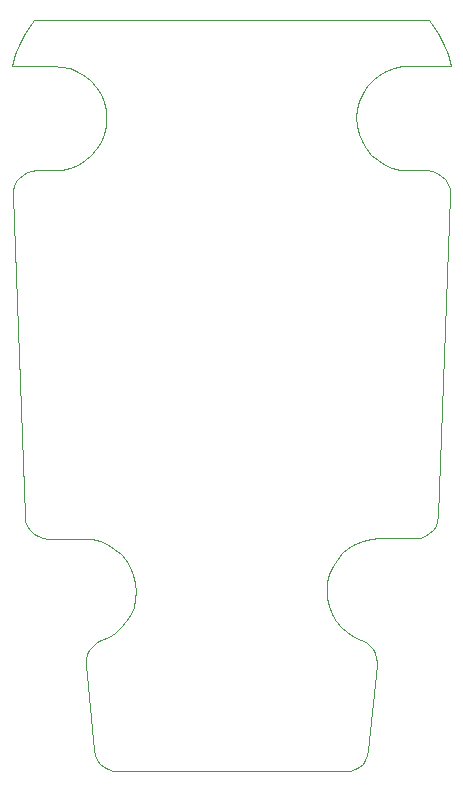
<source format=gko>
G04*
G04 #@! TF.GenerationSoftware,Altium Limited,Altium Designer,25.2.1 (25)*
G04*
G04 Layer_Color=16711935*
%FSLAX44Y44*%
%MOMM*%
G71*
G04*
G04 #@! TF.SameCoordinates,8C29F912-5D16-4966-89D4-FD56EA257BD5*
G04*
G04*
G04 #@! TF.FilePolarity,Positive*
G04*
G01*
G75*
%ADD10C,0.1250*%
D10*
X-54510Y628187D02*
X-53241Y628304D01*
X279441D02*
X281424Y625918D01*
X-54412Y628304D02*
X-52070D01*
X279441D01*
X-37532Y500788D02*
X-30608Y501333D01*
X-23855Y502954D01*
X-17439Y505612D01*
X-11517Y509240D01*
X-6236Y513751D01*
X-1726Y519032D01*
X1903Y524954D01*
X4561Y531371D01*
X6182Y538124D01*
X6727Y545047D01*
X6182Y551972D02*
X6727Y545047D01*
X4561Y558724D02*
X6182Y551972D01*
X1903Y565141D02*
X4561Y558724D01*
X-1726Y571063D02*
X1903Y565141D01*
X-6236Y576344D02*
X-1726Y571063D01*
X-11517Y580854D02*
X-6236Y576344D01*
X-17439Y584483D02*
X-11517Y580854D01*
X-23855Y587141D02*
X-17439Y584483D01*
X-30608Y588762D02*
X-23855Y587141D01*
X-37532Y589307D02*
X-30608Y588762D01*
X-39062Y589281D02*
X-37532Y589307D01*
X-73421Y589281D02*
X-39062D01*
X-73421D02*
X-70609Y599052D01*
X-66806Y608481D01*
X-62051Y617468D01*
X-56395Y625918D01*
X-54510Y628187D01*
X281424Y625918D02*
X287080Y617468D01*
X291835Y608481D01*
X295638Y599052D01*
X298450Y589281D01*
X264091D02*
X298450D01*
X257080Y588956D02*
X264091Y589281D01*
X250209Y587527D02*
X257080Y588956D01*
X243650Y585030D02*
X250209Y587527D01*
X237569Y581528D02*
X243650Y585030D01*
X232117Y577108D02*
X237569Y581528D01*
X227432Y571883D02*
X232117Y577108D01*
X223633Y565982D02*
X227432Y571883D01*
X220813Y559555D02*
X223633Y565982D01*
X219046Y552763D02*
X220813Y559555D01*
X218374Y545777D02*
X219046Y552763D01*
X218374Y545777D02*
X218814Y538773D01*
X220356Y531927D01*
X222961Y525410D01*
X226564Y519387D01*
X231073Y514009D01*
X236375Y509411D01*
X242338Y505710D01*
X248811Y502997D01*
X255631Y501342D01*
X262627Y500786D01*
X277762D01*
X282212Y500284D01*
X286439Y498805D01*
X290232Y496422D01*
X293398Y493255D01*
X295781Y489464D01*
X297260Y485236D01*
X297762Y480786D01*
X297747Y480037D02*
X297762Y480786D01*
X287573Y208556D02*
X297747Y480037D01*
X286933Y204231D02*
X287573Y208556D01*
X285368Y200148D02*
X286933Y204231D01*
X282953Y196503D02*
X285368Y200148D01*
X279804Y193470D02*
X282953Y196503D01*
X276072Y191194D02*
X279804Y193470D01*
X271933Y189783D02*
X276072Y191194D01*
X267587Y189305D02*
X271933Y189783D01*
X237481Y189305D02*
X267587D01*
X230606Y188770D02*
X237481Y189305D01*
X223897Y187176D02*
X230606Y188770D01*
X217516Y184564D02*
X223897Y187176D01*
X211616Y180994D02*
X217516Y184564D01*
X206341Y176555D02*
X211616Y180994D01*
X201815Y171352D02*
X206341Y176555D01*
X198151Y165511D02*
X201815Y171352D01*
X195434Y159174D02*
X198151Y165511D01*
X193731Y152491D02*
X195434Y159174D01*
X193083Y145627D02*
X193731Y152491D01*
X193083Y145627D02*
X193506Y138744D01*
X194990Y132010D01*
X197498Y125587D01*
X200970Y119630D01*
X205323Y114282D01*
X210451Y109673D01*
X216231Y105913D01*
X222524Y103093D01*
X226208Y101332D01*
X229459Y98859D01*
X232139Y95778D01*
X234137Y92217D01*
X235370Y88324D01*
X235787Y84262D01*
X235691Y82304D02*
X235787Y84262D01*
X228578Y9989D02*
X235691Y82304D01*
X227730Y5875D02*
X228578Y9989D01*
X226042Y2030D02*
X227730Y5875D01*
X223588Y-1379D02*
X226042Y2030D01*
X220476Y-4200D02*
X223588Y-1379D01*
X216843Y-6308D02*
X220476Y-4200D01*
X212850Y-7612D02*
X216843Y-6308D01*
X208674Y-8053D02*
X212850Y-7612D01*
X16288Y-8053D02*
X208674D01*
X12111Y-7612D02*
X16288Y-8053D01*
X8118Y-6308D02*
X12111Y-7612D01*
X4486Y-4200D02*
X8118Y-6308D01*
X1374Y-1379D02*
X4486Y-4200D01*
X-1080Y2030D02*
X1374Y-1379D01*
X-2768Y5875D02*
X-1080Y2030D01*
X-3616Y9989D02*
X-2768Y5875D01*
X-10731Y82312D02*
X-3616Y9989D01*
X-10731Y82312D02*
X-10676Y86718D01*
X-9658Y91005D01*
X-7727Y94965D01*
X-4975Y98406D01*
X-1536Y101161D01*
X2422Y103096D01*
X8609Y105867D01*
X14300Y109549D01*
X19362Y114058D01*
X23676Y119286D01*
X27141Y125112D01*
X29676Y131399D01*
X31221Y137999D01*
X31740Y144758D01*
X31195Y151682D02*
X31740Y144758D01*
X29574Y158434D02*
X31195Y151682D01*
X26916Y164851D02*
X29574Y158434D01*
X23288Y170773D02*
X26916Y164851D01*
X18777Y176054D02*
X23288Y170773D01*
X13496Y180564D02*
X18777Y176054D01*
X7574Y184193D02*
X13496Y180564D01*
X1158Y186851D02*
X7574Y184193D01*
X-5596Y188473D02*
X1158Y186851D01*
X-12519Y189017D02*
X-5596Y188473D01*
X-42480Y189017D02*
X-12519D01*
X-46826Y189495D02*
X-42480Y189017D01*
X-50964Y190906D02*
X-46826Y189495D01*
X-54697Y193183D02*
X-50964Y190906D01*
X-57846Y196216D02*
X-54697Y193183D01*
X-60261Y199861D02*
X-57846Y196216D01*
X-61826Y203944D02*
X-60261Y199861D01*
X-62466Y208269D02*
X-61826Y203944D01*
X-72644Y480039D02*
X-62466Y208269D01*
X-72644Y480039D02*
X-72390Y484045D01*
X-71343Y487920D01*
X-69543Y491507D01*
X-67062Y494663D01*
X-64001Y497260D01*
X-60484Y499193D01*
X-56651Y500385D01*
X-52658Y500788D01*
X-37532D01*
M02*

</source>
